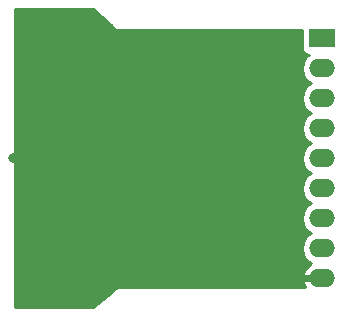
<source format=gbr>
G04 #@! TF.GenerationSoftware,KiCad,Pcbnew,(5.0.1)-3*
G04 #@! TF.CreationDate,2019-07-31T16:28:55-05:00*
G04 #@! TF.ProjectId,monitorIO,6D6F6E69746F72494F2E6B696361645F,rev?*
G04 #@! TF.SameCoordinates,Original*
G04 #@! TF.FileFunction,Copper,L2,Bot,Signal*
G04 #@! TF.FilePolarity,Positive*
%FSLAX46Y46*%
G04 Gerber Fmt 4.6, Leading zero omitted, Abs format (unit mm)*
G04 Created by KiCad (PCBNEW (5.0.1)-3) date 31/07/2019 16:28:55*
%MOMM*%
%LPD*%
G01*
G04 APERTURE LIST*
G04 #@! TA.AperFunction,ComponentPad*
%ADD10R,2.199640X1.524000*%
G04 #@! TD*
G04 #@! TA.AperFunction,ComponentPad*
%ADD11O,2.199640X1.524000*%
G04 #@! TD*
G04 #@! TA.AperFunction,ViaPad*
%ADD12C,0.800000*%
G04 #@! TD*
G04 #@! TA.AperFunction,Conductor*
%ADD13C,0.500000*%
G04 #@! TD*
G04 #@! TA.AperFunction,Conductor*
%ADD14C,0.254000*%
G04 #@! TD*
G04 APERTURE END LIST*
D10*
G04 #@! TO.P,J1,1*
G04 #@! TO.N,Net-(J1-Pad1)*
X146700000Y-78636600D03*
D11*
G04 #@! TO.P,J1,2*
G04 #@! TO.N,Net-(J1-Pad2)*
X146700000Y-81176600D03*
G04 #@! TO.P,J1,3*
G04 #@! TO.N,Net-(J1-Pad3)*
X146700000Y-83716600D03*
G04 #@! TO.P,J1,4*
G04 #@! TO.N,Net-(J1-Pad4)*
X146700000Y-86256600D03*
G04 #@! TO.P,J1,5*
G04 #@! TO.N,Net-(J1-Pad5)*
X146700000Y-88796600D03*
G04 #@! TO.P,J1,6*
G04 #@! TO.N,Net-(J1-Pad6)*
X146700000Y-91336600D03*
G04 #@! TO.P,J1,7*
G04 #@! TO.N,Net-(J1-Pad7)*
X146700000Y-93876600D03*
G04 #@! TO.P,J1,8*
G04 #@! TO.N,Net-(J1-Pad8)*
X146700000Y-96416600D03*
G04 #@! TO.P,J1,9*
G04 #@! TO.N,GND*
X146700000Y-98956600D03*
G04 #@! TD*
D12*
G04 #@! TO.N,GND*
X120498000Y-88747600D03*
G04 #@! TD*
D13*
G04 #@! TO.N,GND*
X120498000Y-88747600D02*
X130707000Y-98956600D01*
X130707000Y-98956600D02*
X146700000Y-98956600D01*
G04 #@! TD*
D14*
G04 #@! TO.N,GND*
G36*
X128929423Y-77625170D02*
X129010095Y-77745905D01*
X129253217Y-77908354D01*
X129467612Y-77951000D01*
X144952740Y-77951000D01*
X144952740Y-79398600D01*
X145002023Y-79646365D01*
X145142371Y-79856409D01*
X145352415Y-79996757D01*
X145553537Y-80036762D01*
X145355000Y-80169420D01*
X145046236Y-80631518D01*
X144937812Y-81176600D01*
X145046236Y-81721682D01*
X145355000Y-82183780D01*
X145748338Y-82446600D01*
X145355000Y-82709420D01*
X145046236Y-83171518D01*
X144937812Y-83716600D01*
X145046236Y-84261682D01*
X145355000Y-84723780D01*
X145748338Y-84986600D01*
X145355000Y-85249420D01*
X145046236Y-85711518D01*
X144937812Y-86256600D01*
X145046236Y-86801682D01*
X145355000Y-87263780D01*
X145748338Y-87526600D01*
X145355000Y-87789420D01*
X145046236Y-88251518D01*
X144937812Y-88796600D01*
X145046236Y-89341682D01*
X145355000Y-89803780D01*
X145748338Y-90066600D01*
X145355000Y-90329420D01*
X145046236Y-90791518D01*
X144937812Y-91336600D01*
X145046236Y-91881682D01*
X145355000Y-92343780D01*
X145748338Y-92606600D01*
X145355000Y-92869420D01*
X145046236Y-93331518D01*
X144937812Y-93876600D01*
X145046236Y-94421682D01*
X145355000Y-94883780D01*
X145748338Y-95146600D01*
X145355000Y-95409420D01*
X145046236Y-95871518D01*
X144937812Y-96416600D01*
X145046236Y-96961682D01*
X145355000Y-97423780D01*
X145765669Y-97698180D01*
X145710239Y-97714541D01*
X145284550Y-98058574D01*
X145022920Y-98539323D01*
X145007960Y-98613530D01*
X145130460Y-98829600D01*
X146573000Y-98829600D01*
X146573000Y-98809600D01*
X146827000Y-98809600D01*
X146827000Y-98829600D01*
X146847000Y-98829600D01*
X146847000Y-99083600D01*
X146827000Y-99083600D01*
X146827000Y-99103600D01*
X146573000Y-99103600D01*
X146573000Y-99083600D01*
X145130460Y-99083600D01*
X145007960Y-99299670D01*
X145022920Y-99373877D01*
X145212373Y-99722000D01*
X129467612Y-99722000D01*
X129253217Y-99764646D01*
X129010095Y-99927095D01*
X128943382Y-100026938D01*
X127255922Y-101398000D01*
X120699600Y-101398000D01*
X120699600Y-76148000D01*
X127241230Y-76148000D01*
X128929423Y-77625170D01*
X128929423Y-77625170D01*
G37*
X128929423Y-77625170D02*
X129010095Y-77745905D01*
X129253217Y-77908354D01*
X129467612Y-77951000D01*
X144952740Y-77951000D01*
X144952740Y-79398600D01*
X145002023Y-79646365D01*
X145142371Y-79856409D01*
X145352415Y-79996757D01*
X145553537Y-80036762D01*
X145355000Y-80169420D01*
X145046236Y-80631518D01*
X144937812Y-81176600D01*
X145046236Y-81721682D01*
X145355000Y-82183780D01*
X145748338Y-82446600D01*
X145355000Y-82709420D01*
X145046236Y-83171518D01*
X144937812Y-83716600D01*
X145046236Y-84261682D01*
X145355000Y-84723780D01*
X145748338Y-84986600D01*
X145355000Y-85249420D01*
X145046236Y-85711518D01*
X144937812Y-86256600D01*
X145046236Y-86801682D01*
X145355000Y-87263780D01*
X145748338Y-87526600D01*
X145355000Y-87789420D01*
X145046236Y-88251518D01*
X144937812Y-88796600D01*
X145046236Y-89341682D01*
X145355000Y-89803780D01*
X145748338Y-90066600D01*
X145355000Y-90329420D01*
X145046236Y-90791518D01*
X144937812Y-91336600D01*
X145046236Y-91881682D01*
X145355000Y-92343780D01*
X145748338Y-92606600D01*
X145355000Y-92869420D01*
X145046236Y-93331518D01*
X144937812Y-93876600D01*
X145046236Y-94421682D01*
X145355000Y-94883780D01*
X145748338Y-95146600D01*
X145355000Y-95409420D01*
X145046236Y-95871518D01*
X144937812Y-96416600D01*
X145046236Y-96961682D01*
X145355000Y-97423780D01*
X145765669Y-97698180D01*
X145710239Y-97714541D01*
X145284550Y-98058574D01*
X145022920Y-98539323D01*
X145007960Y-98613530D01*
X145130460Y-98829600D01*
X146573000Y-98829600D01*
X146573000Y-98809600D01*
X146827000Y-98809600D01*
X146827000Y-98829600D01*
X146847000Y-98829600D01*
X146847000Y-99083600D01*
X146827000Y-99083600D01*
X146827000Y-99103600D01*
X146573000Y-99103600D01*
X146573000Y-99083600D01*
X145130460Y-99083600D01*
X145007960Y-99299670D01*
X145022920Y-99373877D01*
X145212373Y-99722000D01*
X129467612Y-99722000D01*
X129253217Y-99764646D01*
X129010095Y-99927095D01*
X128943382Y-100026938D01*
X127255922Y-101398000D01*
X120699600Y-101398000D01*
X120699600Y-76148000D01*
X127241230Y-76148000D01*
X128929423Y-77625170D01*
G04 #@! TD*
M02*

</source>
